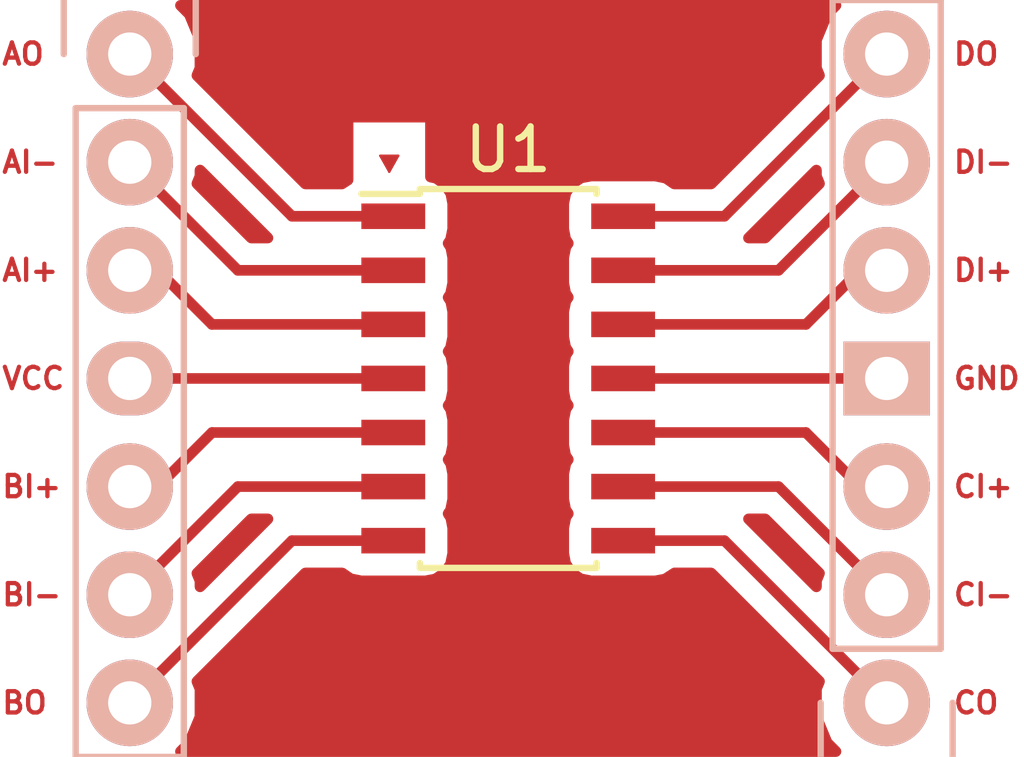
<source format=kicad_pcb>
(kicad_pcb (version 4) (host pcbnew 4.0.2+dfsg1-stable)

  (general
    (links 14)
    (no_connects 0)
    (area 134.591667 92.835 162.588334 120.375)
    (thickness 1.6)
    (drawings 15)
    (tracks 30)
    (zones 0)
    (modules 3)
    (nets 15)
  )

  (page A4)
  (layers
    (0 F.Cu signal)
    (31 B.Cu signal hide)
    (32 B.Adhes user)
    (33 F.Adhes user)
    (34 B.Paste user)
    (35 F.Paste user)
    (36 B.SilkS user)
    (37 F.SilkS user)
    (38 B.Mask user)
    (39 F.Mask user)
    (40 Dwgs.User user)
    (41 Cmts.User user)
    (42 Eco1.User user)
    (43 Eco2.User user)
    (44 Edge.Cuts user)
    (45 Margin user)
    (46 B.CrtYd user)
    (47 F.CrtYd user)
    (48 B.Fab user)
    (49 F.Fab user)
  )

  (setup
    (last_trace_width 0.25)
    (trace_clearance 0.2)
    (zone_clearance 0.508)
    (zone_45_only no)
    (trace_min 0.2)
    (segment_width 0.2)
    (edge_width 0.15)
    (via_size 0.6)
    (via_drill 0.4)
    (via_min_size 0.4)
    (via_min_drill 0.3)
    (uvia_size 0.3)
    (uvia_drill 0.1)
    (uvias_allowed no)
    (uvia_min_size 0.2)
    (uvia_min_drill 0.1)
    (pcb_text_width 0.3)
    (pcb_text_size 1.5 1.5)
    (mod_edge_width 0.15)
    (mod_text_size 1 1)
    (mod_text_width 0.15)
    (pad_size 2.032 2.032)
    (pad_drill 1.016)
    (pad_to_mask_clearance 0.2)
    (aux_axis_origin 0 0)
    (visible_elements FFFFFF7F)
    (pcbplotparams
      (layerselection 0x00000_00000001)
      (usegerberextensions false)
      (excludeedgelayer true)
      (linewidth 0.100000)
      (plotframeref false)
      (viasonmask false)
      (mode 1)
      (useauxorigin false)
      (hpglpennumber 1)
      (hpglpenspeed 20)
      (hpglpendiameter 15)
      (hpglpenoverlay 2)
      (psnegative false)
      (psa4output false)
      (plotreference true)
      (plotvalue true)
      (plotinvisibletext false)
      (padsonsilk false)
      (subtractmaskfromsilk false)
      (outputformat 4)
      (mirror true)
      (drillshape 1)
      (scaleselection 1)
      (outputdirectory ""))
  )

  (net 0 "")
  (net 1 "Net-(P1-Pad1)")
  (net 2 "Net-(P1-Pad2)")
  (net 3 "Net-(P1-Pad3)")
  (net 4 VCC)
  (net 5 "Net-(P1-Pad5)")
  (net 6 "Net-(P1-Pad6)")
  (net 7 "Net-(P1-Pad7)")
  (net 8 "Net-(P2-Pad1)")
  (net 9 "Net-(P2-Pad2)")
  (net 10 "Net-(P2-Pad3)")
  (net 11 GND)
  (net 12 "Net-(P2-Pad5)")
  (net 13 "Net-(P2-Pad6)")
  (net 14 "Net-(P2-Pad7)")

  (net_class Default "This is the default net class."
    (clearance 0.2)
    (trace_width 0.25)
    (via_dia 0.6)
    (via_drill 0.4)
    (uvia_dia 0.3)
    (uvia_drill 0.1)
    (add_net GND)
    (add_net "Net-(P1-Pad1)")
    (add_net "Net-(P1-Pad2)")
    (add_net "Net-(P1-Pad3)")
    (add_net "Net-(P1-Pad5)")
    (add_net "Net-(P1-Pad6)")
    (add_net "Net-(P1-Pad7)")
    (add_net "Net-(P2-Pad1)")
    (add_net "Net-(P2-Pad2)")
    (add_net "Net-(P2-Pad3)")
    (add_net "Net-(P2-Pad5)")
    (add_net "Net-(P2-Pad6)")
    (add_net "Net-(P2-Pad7)")
    (add_net VCC)
  )

  (module Pin_Headers:Pin_Header_Straight_1x07 (layer B.Cu) (tedit 5AB3B738) (tstamp 5AB3B634)
    (at 157.48 114.3)
    (descr "Through hole pin header")
    (tags "pin header")
    (path /5AB3ACB3)
    (fp_text reference P2 (at 0 5.1) (layer B.SilkS)
      (effects (font (size 1 1) (thickness 0.15)) (justify mirror))
    )
    (fp_text value CONN_01X07 (at 0 3.1) (layer B.Fab)
      (effects (font (size 1 1) (thickness 0.15)) (justify mirror))
    )
    (fp_line (start -1.75 1.75) (end -1.75 -17) (layer B.CrtYd) (width 0.05))
    (fp_line (start 1.75 1.75) (end 1.75 -17) (layer B.CrtYd) (width 0.05))
    (fp_line (start -1.75 1.75) (end 1.75 1.75) (layer B.CrtYd) (width 0.05))
    (fp_line (start -1.75 -17) (end 1.75 -17) (layer B.CrtYd) (width 0.05))
    (fp_line (start 1.27 -1.27) (end 1.27 -16.51) (layer B.SilkS) (width 0.15))
    (fp_line (start 1.27 -16.51) (end -1.27 -16.51) (layer B.SilkS) (width 0.15))
    (fp_line (start -1.27 -16.51) (end -1.27 -1.27) (layer B.SilkS) (width 0.15))
    (fp_line (start 1.55 1.55) (end 1.55 0) (layer B.SilkS) (width 0.15))
    (fp_line (start 1.27 -1.27) (end -1.27 -1.27) (layer B.SilkS) (width 0.15))
    (fp_line (start -1.55 0) (end -1.55 1.55) (layer B.SilkS) (width 0.15))
    (fp_line (start -1.55 1.55) (end 1.55 1.55) (layer B.SilkS) (width 0.15))
    (pad 1 thru_hole circle (at 0 0) (size 2.032 2.032) (drill 1.016) (layers *.Cu *.Mask B.SilkS)
      (net 8 "Net-(P2-Pad1)"))
    (pad 2 thru_hole circle (at 0 -2.54) (size 2.032 2.032) (drill 1.016) (layers *.Cu *.Mask B.SilkS)
      (net 9 "Net-(P2-Pad2)"))
    (pad 3 thru_hole circle (at 0 -5.08) (size 2.032 2.032) (drill 1.016) (layers *.Cu *.Mask B.SilkS)
      (net 10 "Net-(P2-Pad3)"))
    (pad 4 thru_hole rect (at 0 -7.62) (size 2.032 1.7272) (drill 1.016) (layers *.Cu *.Mask B.SilkS)
      (net 11 GND))
    (pad 5 thru_hole circle (at 0 -10.16) (size 2.032 2.032) (drill 1.016) (layers *.Cu *.Mask B.SilkS)
      (net 12 "Net-(P2-Pad5)"))
    (pad 6 thru_hole circle (at 0 -12.7) (size 2.032 2.032) (drill 1.016) (layers *.Cu *.Mask B.SilkS)
      (net 13 "Net-(P2-Pad6)"))
    (pad 7 thru_hole circle (at 0 -15.24) (size 2.032 2.032) (drill 1.016) (layers *.Cu *.Mask B.SilkS)
      (net 14 "Net-(P2-Pad7)"))
    (model Pin_Headers.3dshapes/Pin_Header_Straight_1x07.wrl
      (at (xyz 0 -0.3 0))
      (scale (xyz 1 1 1))
      (rotate (xyz 0 0 90))
    )
  )

  (module Pin_Headers:Pin_Header_Straight_1x07 (layer B.Cu) (tedit 5AB3B6DD) (tstamp 5AB3B629)
    (at 139.7 99.06 180)
    (descr "Through hole pin header")
    (tags "pin header")
    (path /5AB3AD07)
    (fp_text reference P1 (at 0 5.1 180) (layer B.SilkS)
      (effects (font (size 1 1) (thickness 0.15)) (justify mirror))
    )
    (fp_text value CONN_01X07 (at 0 3.1 180) (layer B.Fab)
      (effects (font (size 1 1) (thickness 0.15)) (justify mirror))
    )
    (fp_line (start -1.75 1.75) (end -1.75 -17) (layer B.CrtYd) (width 0.05))
    (fp_line (start 1.75 1.75) (end 1.75 -17) (layer B.CrtYd) (width 0.05))
    (fp_line (start -1.75 1.75) (end 1.75 1.75) (layer B.CrtYd) (width 0.05))
    (fp_line (start -1.75 -17) (end 1.75 -17) (layer B.CrtYd) (width 0.05))
    (fp_line (start 1.27 -1.27) (end 1.27 -16.51) (layer B.SilkS) (width 0.15))
    (fp_line (start 1.27 -16.51) (end -1.27 -16.51) (layer B.SilkS) (width 0.15))
    (fp_line (start -1.27 -16.51) (end -1.27 -1.27) (layer B.SilkS) (width 0.15))
    (fp_line (start 1.55 1.55) (end 1.55 0) (layer B.SilkS) (width 0.15))
    (fp_line (start 1.27 -1.27) (end -1.27 -1.27) (layer B.SilkS) (width 0.15))
    (fp_line (start -1.55 0) (end -1.55 1.55) (layer B.SilkS) (width 0.15))
    (fp_line (start -1.55 1.55) (end 1.55 1.55) (layer B.SilkS) (width 0.15))
    (pad 1 thru_hole circle (at 0 0 180) (size 2.032 2.032) (drill 1.016) (layers *.Cu *.Mask B.SilkS)
      (net 1 "Net-(P1-Pad1)"))
    (pad 2 thru_hole circle (at 0 -2.54 180) (size 2.032 2.032) (drill 1.016) (layers *.Cu *.Mask B.SilkS)
      (net 2 "Net-(P1-Pad2)"))
    (pad 3 thru_hole circle (at 0 -5.08 180) (size 2.032 2.032) (drill 1.016) (layers *.Cu *.Mask B.SilkS)
      (net 3 "Net-(P1-Pad3)"))
    (pad 4 thru_hole oval (at 0 -7.62 180) (size 2.032 1.7272) (drill 1.016) (layers *.Cu *.Mask B.SilkS)
      (net 4 VCC))
    (pad 5 thru_hole circle (at 0 -10.16 180) (size 2.032 2.032) (drill 1.016) (layers *.Cu *.Mask B.SilkS)
      (net 5 "Net-(P1-Pad5)"))
    (pad 6 thru_hole circle (at 0 -12.7 180) (size 2.032 2.032) (drill 1.016) (layers *.Cu *.Mask B.SilkS)
      (net 6 "Net-(P1-Pad6)"))
    (pad 7 thru_hole circle (at 0 -15.24 180) (size 2.032 2.032) (drill 1.016) (layers *.Cu *.Mask B.SilkS)
      (net 7 "Net-(P1-Pad7)"))
    (model Pin_Headers.3dshapes/Pin_Header_Straight_1x07.wrl
      (at (xyz 0 -0.3 0))
      (scale (xyz 1 1 1))
      (rotate (xyz 0 0 90))
    )
  )

  (module Housings_SOIC:SOIC-14_3.9x8.7mm_Pitch1.27mm (layer F.Cu) (tedit 54130A77) (tstamp 5AB3B646)
    (at 148.59 106.68)
    (descr "14-Lead Plastic Small Outline (SL) - Narrow, 3.90 mm Body [SOIC] (see Microchip Packaging Specification 00000049BS.pdf)")
    (tags "SOIC 1.27")
    (path /5AB3AE31)
    (attr smd)
    (fp_text reference U1 (at 0 -5.375) (layer F.SilkS)
      (effects (font (size 1 1) (thickness 0.15)))
    )
    (fp_text value LMV824M (at 0 5.375) (layer F.Fab)
      (effects (font (size 1 1) (thickness 0.15)))
    )
    (fp_line (start -3.7 -4.65) (end -3.7 4.65) (layer F.CrtYd) (width 0.05))
    (fp_line (start 3.7 -4.65) (end 3.7 4.65) (layer F.CrtYd) (width 0.05))
    (fp_line (start -3.7 -4.65) (end 3.7 -4.65) (layer F.CrtYd) (width 0.05))
    (fp_line (start -3.7 4.65) (end 3.7 4.65) (layer F.CrtYd) (width 0.05))
    (fp_line (start -2.075 -4.45) (end -2.075 -4.335) (layer F.SilkS) (width 0.15))
    (fp_line (start 2.075 -4.45) (end 2.075 -4.335) (layer F.SilkS) (width 0.15))
    (fp_line (start 2.075 4.45) (end 2.075 4.335) (layer F.SilkS) (width 0.15))
    (fp_line (start -2.075 4.45) (end -2.075 4.335) (layer F.SilkS) (width 0.15))
    (fp_line (start -2.075 -4.45) (end 2.075 -4.45) (layer F.SilkS) (width 0.15))
    (fp_line (start -2.075 4.45) (end 2.075 4.45) (layer F.SilkS) (width 0.15))
    (fp_line (start -2.075 -4.335) (end -3.45 -4.335) (layer F.SilkS) (width 0.15))
    (pad 1 smd rect (at -2.7 -3.81) (size 1.5 0.6) (layers F.Cu F.Paste F.Mask)
      (net 1 "Net-(P1-Pad1)"))
    (pad 2 smd rect (at -2.7 -2.54) (size 1.5 0.6) (layers F.Cu F.Paste F.Mask)
      (net 2 "Net-(P1-Pad2)"))
    (pad 3 smd rect (at -2.7 -1.27) (size 1.5 0.6) (layers F.Cu F.Paste F.Mask)
      (net 3 "Net-(P1-Pad3)"))
    (pad 4 smd rect (at -2.7 0) (size 1.5 0.6) (layers F.Cu F.Paste F.Mask)
      (net 4 VCC))
    (pad 5 smd rect (at -2.7 1.27) (size 1.5 0.6) (layers F.Cu F.Paste F.Mask)
      (net 5 "Net-(P1-Pad5)"))
    (pad 6 smd rect (at -2.7 2.54) (size 1.5 0.6) (layers F.Cu F.Paste F.Mask)
      (net 6 "Net-(P1-Pad6)"))
    (pad 7 smd rect (at -2.7 3.81) (size 1.5 0.6) (layers F.Cu F.Paste F.Mask)
      (net 7 "Net-(P1-Pad7)"))
    (pad 8 smd rect (at 2.7 3.81) (size 1.5 0.6) (layers F.Cu F.Paste F.Mask)
      (net 8 "Net-(P2-Pad1)"))
    (pad 9 smd rect (at 2.7 2.54) (size 1.5 0.6) (layers F.Cu F.Paste F.Mask)
      (net 9 "Net-(P2-Pad2)"))
    (pad 10 smd rect (at 2.7 1.27) (size 1.5 0.6) (layers F.Cu F.Paste F.Mask)
      (net 10 "Net-(P2-Pad3)"))
    (pad 11 smd rect (at 2.7 0) (size 1.5 0.6) (layers F.Cu F.Paste F.Mask)
      (net 11 GND))
    (pad 12 smd rect (at 2.7 -1.27) (size 1.5 0.6) (layers F.Cu F.Paste F.Mask)
      (net 12 "Net-(P2-Pad5)"))
    (pad 13 smd rect (at 2.7 -2.54) (size 1.5 0.6) (layers F.Cu F.Paste F.Mask)
      (net 13 "Net-(P2-Pad6)"))
    (pad 14 smd rect (at 2.7 -3.81) (size 1.5 0.6) (layers F.Cu F.Paste F.Mask)
      (net 14 "Net-(P2-Pad7)"))
    (model Housings_SOIC.3dshapes/SOIC-14_3.9x8.7mm_Pitch1.27mm.wrl
      (at (xyz 0 0 0))
      (scale (xyz 1 1 1))
      (rotate (xyz 0 0 0))
    )
  )

  (gr_text ▼ (at 145.796 101.6) (layer F.Cu)
    (effects (font (size 0.5 0.5) (thickness 0.05)))
  )
  (gr_text CO (at 159.004 114.3) (layer F.Cu) (tstamp 5AB3C0D4)
    (effects (font (size 0.5 0.5) (thickness 0.1)) (justify left))
  )
  (gr_text CI- (at 159.004 111.76) (layer F.Cu) (tstamp 5AB3C0C7)
    (effects (font (size 0.5 0.5) (thickness 0.1)) (justify left))
  )
  (gr_text CI+ (at 159.004 109.22) (layer F.Cu) (tstamp 5AB3C0B2)
    (effects (font (size 0.5 0.5) (thickness 0.1)) (justify left))
  )
  (gr_text DO (at 159.004 99.06) (layer F.Cu) (tstamp 5AB3C09B)
    (effects (font (size 0.5 0.5) (thickness 0.1)) (justify left))
  )
  (gr_text DI- (at 159.004 101.6) (layer F.Cu) (tstamp 5AB3C08F)
    (effects (font (size 0.5 0.5) (thickness 0.1)) (justify left))
  )
  (gr_text DI+ (at 159.004 104.14) (layer F.Cu) (tstamp 5AB3C077)
    (effects (font (size 0.5 0.5) (thickness 0.1)) (justify left))
  )
  (gr_text "GND\n" (at 159.004 106.68) (layer F.Cu) (tstamp 5AB3C05B)
    (effects (font (size 0.5 0.5) (thickness 0.1)) (justify left))
  )
  (gr_text BO (at 136.652 114.3) (layer F.Cu) (tstamp 5AB3BF57)
    (effects (font (size 0.5 0.5) (thickness 0.1)) (justify left))
  )
  (gr_text BI- (at 136.652 111.76) (layer F.Cu) (tstamp 5AB3BF45)
    (effects (font (size 0.5 0.5) (thickness 0.1)) (justify left))
  )
  (gr_text BI+ (at 136.652 109.22) (layer F.Cu) (tstamp 5AB3BF32)
    (effects (font (size 0.5 0.5) (thickness 0.1)) (justify left))
  )
  (gr_text AO (at 136.652 99.06) (layer F.Cu) (tstamp 5AB3BEEE)
    (effects (font (size 0.5 0.5) (thickness 0.1)) (justify left))
  )
  (gr_text AI- (at 136.652 101.6) (layer F.Cu) (tstamp 5AB3BEE8)
    (effects (font (size 0.5 0.5) (thickness 0.1)) (justify left))
  )
  (gr_text AI+ (at 136.652 104.14) (layer F.Cu)
    (effects (font (size 0.5 0.5) (thickness 0.1)) (justify left))
  )
  (gr_text VCC (at 136.652 106.68) (layer F.Cu)
    (effects (font (size 0.5 0.5) (thickness 0.1)) (justify left))
  )

  (segment (start 145.89 102.87) (end 143.51 102.87) (width 0.25) (layer F.Cu) (net 1))
  (segment (start 143.51 102.87) (end 139.7 99.06) (width 0.25) (layer F.Cu) (net 1))
  (segment (start 145.89 104.14) (end 142.24 104.14) (width 0.25) (layer F.Cu) (net 2))
  (segment (start 142.24 104.14) (end 139.7 101.6) (width 0.25) (layer F.Cu) (net 2))
  (segment (start 145.89 105.41) (end 141.630575 105.41) (width 0.25) (layer F.Cu) (net 3))
  (segment (start 141.630575 105.41) (end 140.360575 104.14) (width 0.25) (layer F.Cu) (net 3))
  (segment (start 140.360575 104.14) (end 139.7 104.14) (width 0.25) (layer F.Cu) (net 3))
  (segment (start 145.89 106.68) (end 139.7 106.68) (width 0.25) (layer F.Cu) (net 4))
  (segment (start 145.89 107.95) (end 141.632544 107.95) (width 0.25) (layer F.Cu) (net 5))
  (segment (start 141.632544 107.95) (end 140.362544 109.22) (width 0.25) (layer F.Cu) (net 5))
  (segment (start 140.362544 109.22) (end 139.7 109.22) (width 0.25) (layer F.Cu) (net 5))
  (segment (start 145.89 109.22) (end 142.24 109.22) (width 0.25) (layer F.Cu) (net 6))
  (segment (start 142.24 109.22) (end 139.7 111.76) (width 0.25) (layer F.Cu) (net 6))
  (segment (start 145.89 110.49) (end 143.51 110.49) (width 0.25) (layer F.Cu) (net 7))
  (segment (start 143.51 110.49) (end 139.7 114.3) (width 0.25) (layer F.Cu) (net 7))
  (segment (start 151.29 110.49) (end 153.67 110.49) (width 0.25) (layer F.Cu) (net 8))
  (segment (start 153.67 110.49) (end 157.48 114.3) (width 0.25) (layer F.Cu) (net 8))
  (segment (start 151.29 109.22) (end 154.94 109.22) (width 0.25) (layer F.Cu) (net 9))
  (segment (start 154.94 109.22) (end 157.48 111.76) (width 0.25) (layer F.Cu) (net 9))
  (segment (start 151.29 107.95) (end 155.582495 107.95) (width 0.25) (layer F.Cu) (net 10))
  (segment (start 155.582495 107.95) (end 156.852495 109.22) (width 0.25) (layer F.Cu) (net 10))
  (segment (start 156.852495 109.22) (end 157.48 109.22) (width 0.25) (layer F.Cu) (net 10))
  (segment (start 151.29 106.68) (end 157.48 106.68) (width 0.25) (layer F.Cu) (net 11))
  (segment (start 151.29 105.41) (end 155.584463 105.41) (width 0.25) (layer F.Cu) (net 12))
  (segment (start 155.584463 105.41) (end 156.854463 104.14) (width 0.25) (layer F.Cu) (net 12))
  (segment (start 156.854463 104.14) (end 157.48 104.14) (width 0.25) (layer F.Cu) (net 12))
  (segment (start 151.29 104.14) (end 154.94 104.14) (width 0.25) (layer F.Cu) (net 13))
  (segment (start 154.94 104.14) (end 157.48 101.6) (width 0.25) (layer F.Cu) (net 13))
  (segment (start 151.29 102.87) (end 153.67 102.87) (width 0.25) (layer F.Cu) (net 14))
  (segment (start 153.67 102.87) (end 157.48 99.06) (width 0.25) (layer F.Cu) (net 14))

  (zone (net 0) (net_name "") (layer F.Cu) (tstamp 0) (hatch edge 0.508)
    (connect_pads (clearance 0.508))
    (min_thickness 0.254)
    (fill yes (mode segment) (arc_segments 16) (thermal_gap 0.508) (thermal_bridge_width 0.508))
    (polygon
      (pts
        (xy 157.48 97.79) (xy 139.7 97.79) (xy 139.7 115.57) (xy 157.48 115.57)
      )
    )
    (filled_polygon
      (pts
        (xy 156.081166 98.123563) (xy 155.829287 98.730155) (xy 155.828714 99.386963) (xy 155.901669 99.563529) (xy 153.355198 102.11)
        (xy 152.491563 102.11) (xy 152.29189 101.973569) (xy 152.04 101.92256) (xy 150.54 101.92256) (xy 150.304683 101.966838)
        (xy 150.088559 102.10591) (xy 149.943569 102.31811) (xy 149.89256 102.57) (xy 149.89256 103.17) (xy 149.936838 103.405317)
        (xy 150.000678 103.504528) (xy 149.943569 103.58811) (xy 149.89256 103.84) (xy 149.89256 104.44) (xy 149.936838 104.675317)
        (xy 150.000678 104.774528) (xy 149.943569 104.85811) (xy 149.89256 105.11) (xy 149.89256 105.71) (xy 149.936838 105.945317)
        (xy 150.000678 106.044528) (xy 149.943569 106.12811) (xy 149.89256 106.38) (xy 149.89256 106.98) (xy 149.936838 107.215317)
        (xy 150.000678 107.314528) (xy 149.943569 107.39811) (xy 149.89256 107.65) (xy 149.89256 108.25) (xy 149.936838 108.485317)
        (xy 150.000678 108.584528) (xy 149.943569 108.66811) (xy 149.89256 108.92) (xy 149.89256 109.52) (xy 149.936838 109.755317)
        (xy 150.000678 109.854528) (xy 149.943569 109.93811) (xy 149.89256 110.19) (xy 149.89256 110.79) (xy 149.936838 111.025317)
        (xy 150.07591 111.241441) (xy 150.28811 111.386431) (xy 150.54 111.43744) (xy 152.04 111.43744) (xy 152.275317 111.393162)
        (xy 152.491441 111.25409) (xy 152.494236 111.25) (xy 153.355198 111.25) (xy 155.901484 113.796286) (xy 155.829287 113.970155)
        (xy 155.828714 114.626963) (xy 156.079534 115.233995) (xy 156.288175 115.443) (xy 140.89191 115.443) (xy 141.098834 115.236437)
        (xy 141.350713 114.629845) (xy 141.351286 113.973037) (xy 141.278331 113.796471) (xy 143.824802 111.25) (xy 144.688437 111.25)
        (xy 144.88811 111.386431) (xy 145.14 111.43744) (xy 146.64 111.43744) (xy 146.875317 111.393162) (xy 147.091441 111.25409)
        (xy 147.236431 111.04189) (xy 147.28744 110.79) (xy 147.28744 110.19) (xy 147.243162 109.954683) (xy 147.179322 109.855472)
        (xy 147.236431 109.77189) (xy 147.28744 109.52) (xy 147.28744 108.92) (xy 147.243162 108.684683) (xy 147.179322 108.585472)
        (xy 147.236431 108.50189) (xy 147.28744 108.25) (xy 147.28744 107.65) (xy 147.243162 107.414683) (xy 147.179322 107.315472)
        (xy 147.236431 107.23189) (xy 147.28744 106.98) (xy 147.28744 106.38) (xy 147.243162 106.144683) (xy 147.179322 106.045472)
        (xy 147.236431 105.96189) (xy 147.28744 105.71) (xy 147.28744 105.11) (xy 147.243162 104.874683) (xy 147.179322 104.775472)
        (xy 147.236431 104.69189) (xy 147.28744 104.44) (xy 147.28744 103.84) (xy 147.243162 103.604683) (xy 147.179322 103.505472)
        (xy 147.236431 103.42189) (xy 147.28744 103.17) (xy 147.28744 102.57) (xy 147.243162 102.334683) (xy 147.10409 102.118559)
        (xy 146.89189 101.973569) (xy 146.765524 101.947979) (xy 146.765524 100.54) (xy 144.826476 100.54) (xy 144.826476 102.017163)
        (xy 144.688559 102.10591) (xy 144.685764 102.11) (xy 143.824802 102.11) (xy 141.278516 99.563714) (xy 141.350713 99.389845)
        (xy 141.351286 98.733037) (xy 141.100466 98.126005) (xy 140.891825 97.917) (xy 156.28809 97.917)
      )
    )
    (filled_polygon
      (pts
        (xy 155.901484 111.256286) (xy 155.829287 111.430155) (xy 155.829161 111.574359) (xy 154.234802 109.98) (xy 154.625198 109.98)
      )
    )
    (filled_polygon
      (pts
        (xy 141.351163 111.574035) (xy 141.351286 111.433037) (xy 141.278331 111.256471) (xy 142.554802 109.98) (xy 142.945198 109.98)
      )
    )
    (filled_polygon
      (pts
        (xy 155.828714 101.926963) (xy 155.901669 102.103529) (xy 154.625198 103.38) (xy 154.234802 103.38) (xy 155.828837 101.785965)
      )
    )
    (filled_polygon
      (pts
        (xy 142.945198 103.38) (xy 142.554802 103.38) (xy 141.278516 102.103714) (xy 141.350713 101.929845) (xy 141.350839 101.785641)
      )
    )
    (fill_segments
      (pts (xy 140.891825 97.917) (xy 156.28809 97.917))
      (pts (xy 141.094672 98.1202) (xy 156.084535 98.1202))
      (pts (xy 141.182028 98.3234) (xy 155.998187 98.3234))
      (pts (xy 141.265989 98.5266) (xy 155.913811 98.5266))
      (pts (xy 141.349949 98.7298) (xy 155.829435 98.7298))
      (pts (xy 141.351111 98.933) (xy 155.829111 98.933))
      (pts (xy 141.350934 99.1362) (xy 155.828933 99.1362))
      (pts (xy 141.350757 99.3394) (xy 155.828756 99.3394))
      (pts (xy 141.287283 99.5426) (xy 155.893021 99.5426))
      (pts (xy 141.460602 99.7458) (xy 155.719398 99.7458))
      (pts (xy 141.663802 99.949) (xy 155.516198 99.949))
      (pts (xy 141.867002 100.1522) (xy 155.312998 100.1522))
      (pts (xy 142.070202 100.3554) (xy 155.109798 100.3554))
      (pts (xy 142.273402 100.5586) (xy 144.826476 100.5586))
      (pts (xy 146.765524 100.5586) (xy 154.906598 100.5586))
      (pts (xy 142.476602 100.7618) (xy 144.826476 100.7618))
      (pts (xy 146.765524 100.7618) (xy 154.703398 100.7618))
      (pts (xy 142.679802 100.965) (xy 144.826476 100.965))
      (pts (xy 146.765524 100.965) (xy 154.500198 100.965))
      (pts (xy 142.883002 101.1682) (xy 144.826476 101.1682))
      (pts (xy 146.765524 101.1682) (xy 154.296998 101.1682))
      (pts (xy 143.086202 101.3714) (xy 144.826476 101.3714))
      (pts (xy 146.765524 101.3714) (xy 154.093798 101.3714))
      (pts (xy 143.289402 101.5746) (xy 144.826476 101.5746))
      (pts (xy 146.765524 101.5746) (xy 153.890598 101.5746))
      (pts (xy 143.492602 101.7778) (xy 144.826476 101.7778))
      (pts (xy 146.765524 101.7778) (xy 153.687398 101.7778))
      (pts (xy 143.695802 101.981) (xy 144.826476 101.981))
      (pts (xy 146.902766 101.981) (xy 150.282675 101.981))
      (pts (xy 152.302766 101.981) (xy 153.484198 101.981))
      (pts (xy 147.146329 102.1842) (xy 150.035066 102.1842))
      (pts (xy 147.253082 102.3874) (xy 149.929538 102.3874))
      (pts (xy 147.28744 102.5906) (xy 149.89256 102.5906))
      (pts (xy 147.28744 102.7938) (xy 149.89256 102.7938))
      (pts (xy 147.28744 102.997) (xy 149.89256 102.997))
      (pts (xy 147.281324 103.2002) (xy 149.898242 103.2002))
      (pts (xy 147.240175 103.4034) (xy 149.936477 103.4034))
      (pts (xy 147.243523 103.6066) (xy 149.939825 103.6066))
      (pts (xy 147.281758 103.8098) (xy 149.898676 103.8098))
      (pts (xy 147.28744 104.013) (xy 149.89256 104.013))
      (pts (xy 147.28744 104.2162) (xy 149.89256 104.2162))
      (pts (xy 147.28744 104.4194) (xy 149.89256 104.4194))
      (pts (xy 147.250462 104.6226) (xy 149.926918 104.6226))
      (pts (xy 147.211707 104.8258) (xy 149.965646 104.8258))
      (pts (xy 147.272199 105.029) (xy 149.908963 105.029))
      (pts (xy 147.28744 105.2322) (xy 149.89256 105.2322))
      (pts (xy 147.28744 105.4354) (xy 149.89256 105.4354))
      (pts (xy 147.28744 105.6386) (xy 149.89256 105.6386))
      (pts (xy 147.260749 105.8418) (xy 149.917359 105.8418))
      (pts (xy 147.179644 106.045) (xy 150.000356 106.045))
      (pts (xy 147.262641 106.2482) (xy 149.919251 106.2482))
      (pts (xy 147.28744 106.4514) (xy 149.89256 106.4514))
      (pts (xy 147.28744 106.6546) (xy 149.89256 106.6546))
      (pts (xy 147.28744 106.8578) (xy 149.89256 106.8578))
      (pts (xy 147.271037 107.061) (xy 149.907801 107.061))
      (pts (xy 147.214354 107.2642) (xy 149.968293 107.2642))
      (pts (xy 147.253082 107.4674) (xy 149.929538 107.4674))
      (pts (xy 147.28744 107.6706) (xy 149.89256 107.6706))
      (pts (xy 147.28744 107.8738) (xy 149.89256 107.8738))
      (pts (xy 147.28744 108.077) (xy 149.89256 108.077))
      (pts (xy 147.281324 108.2802) (xy 149.898242 108.2802))
      (pts (xy 147.240175 108.4834) (xy 149.936477 108.4834))
      (pts (xy 147.243523 108.6866) (xy 149.939825 108.6866))
      (pts (xy 147.281758 108.8898) (xy 149.898676 108.8898))
      (pts (xy 147.28744 109.093) (xy 149.89256 109.093))
      (pts (xy 147.28744 109.2962) (xy 149.89256 109.2962))
      (pts (xy 147.28744 109.4994) (xy 149.89256 109.4994))
      (pts (xy 147.250462 109.7026) (xy 149.926918 109.7026))
      (pts (xy 147.211707 109.9058) (xy 149.965646 109.9058))
      (pts (xy 147.272199 110.109) (xy 149.908963 110.109))
      (pts (xy 147.28744 110.3122) (xy 149.89256 110.3122))
      (pts (xy 147.28744 110.5154) (xy 149.89256 110.5154))
      (pts (xy 147.28744 110.7186) (xy 149.89256 110.7186))
      (pts (xy 147.260749 110.9218) (xy 149.917359 110.9218))
      (pts (xy 147.179644 111.125) (xy 150.000982 111.125))
      (pts (xy 143.746602 111.3282) (xy 144.802886 111.3282))
      (pts (xy 146.97627 111.3282) (xy 150.202886 111.3282))
      (pts (xy 152.37627 111.3282) (xy 153.433398 111.3282))
      (pts (xy 143.543402 111.5314) (xy 153.636598 111.5314))
      (pts (xy 143.340202 111.7346) (xy 153.839798 111.7346))
      (pts (xy 143.137002 111.9378) (xy 154.042998 111.9378))
      (pts (xy 142.933802 112.141) (xy 154.246198 112.141))
      (pts (xy 142.730602 112.3442) (xy 154.449398 112.3442))
      (pts (xy 142.527402 112.5474) (xy 154.652598 112.5474))
      (pts (xy 142.324202 112.7506) (xy 154.855798 112.7506))
      (pts (xy 142.121002 112.9538) (xy 155.058998 112.9538))
      (pts (xy 141.917802 113.157) (xy 155.262198 113.157))
      (pts (xy 141.714602 113.3602) (xy 155.465398 113.3602))
      (pts (xy 141.511402 113.5634) (xy 155.668598 113.5634))
      (pts (xy 141.308202 113.7666) (xy 155.871798 113.7666))
      (pts (xy 141.349949 113.9698) (xy 155.829435 113.9698))
      (pts (xy 141.351111 114.173) (xy 155.829111 114.173))
      (pts (xy 141.350934 114.3762) (xy 155.828933 114.3762))
      (pts (xy 141.350757 114.5794) (xy 155.828756 114.5794))
      (pts (xy 141.287283 114.7826) (xy 155.893021 114.7826))
      (pts (xy 141.202907 114.9858) (xy 155.976982 114.9858))
      (pts (xy 141.118531 115.189) (xy 156.060942 115.189))
      (pts (xy 140.942798 115.3922) (xy 156.237463 115.3922))
      (pts (xy 154.234802 109.98) (xy 154.625198 109.98))
      (pts (xy 154.438002 110.1832) (xy 154.828398 110.1832))
      (pts (xy 154.641202 110.3864) (xy 155.031598 110.3864))
      (pts (xy 154.844402 110.5896) (xy 155.234798 110.5896))
      (pts (xy 155.047602 110.7928) (xy 155.437998 110.7928))
      (pts (xy 155.250802 110.996) (xy 155.641198 110.996))
      (pts (xy 155.454002 111.1992) (xy 155.844398 111.1992))
      (pts (xy 155.657202 111.4024) (xy 155.840812 111.4024))
      (pts (xy 142.554802 109.98) (xy 142.945198 109.98))
      (pts (xy 142.351602 110.1832) (xy 142.741998 110.1832))
      (pts (xy 142.148402 110.3864) (xy 142.538798 110.3864))
      (pts (xy 141.945202 110.5896) (xy 142.335598 110.5896))
      (pts (xy 141.742002 110.7928) (xy 142.132398 110.7928))
      (pts (xy 141.538802 110.996) (xy 141.929198 110.996))
      (pts (xy 141.335602 111.1992) (xy 141.725998 111.1992))
      (pts (xy 141.338628 111.4024) (xy 141.522798 111.4024))
      (pts (xy 155.828837 101.785965) (xy 155.828837 101.785965))
      (pts (xy 155.625637 101.989165) (xy 155.854415 101.989165))
      (pts (xy 155.422437 102.192365) (xy 155.812833 102.192365))
      (pts (xy 155.219237 102.395565) (xy 155.609633 102.395565))
      (pts (xy 155.016037 102.598765) (xy 155.406433 102.598765))
      (pts (xy 154.812837 102.801965) (xy 155.203233 102.801965))
      (pts (xy 154.609637 103.005165) (xy 155.000033 103.005165))
      (pts (xy 154.406437 103.208365) (xy 154.796833 103.208365))
      (pts (xy 141.350839 101.785641) (xy 141.350839 101.785641))
      (pts (xy 141.326215 101.988841) (xy 141.554039 101.988841))
      (pts (xy 141.366843 102.192041) (xy 141.757239 102.192041))
      (pts (xy 141.570043 102.395241) (xy 141.960439 102.395241))
      (pts (xy 141.773243 102.598441) (xy 142.163639 102.598441))
      (pts (xy 141.976443 102.801641) (xy 142.366839 102.801641))
      (pts (xy 142.179643 103.004841) (xy 142.570039 103.004841))
      (pts (xy 142.382843 103.208041) (xy 142.773239 103.208041))
    )
  )
)

</source>
